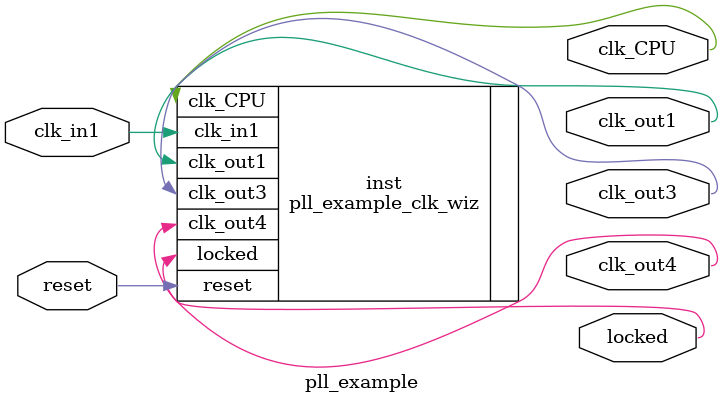
<source format=v>


`timescale 1ps/1ps

(* CORE_GENERATION_INFO = "pll_example,clk_wiz_v6_0_2_0_0,{component_name=pll_example,use_phase_alignment=true,use_min_o_jitter=false,use_max_i_jitter=false,use_dyn_phase_shift=false,use_inclk_switchover=false,use_dyn_reconfig=false,enable_axi=0,feedback_source=FDBK_AUTO,PRIMITIVE=MMCM,num_out_clk=4,clkin1_period=20.000,clkin2_period=10.000,use_power_down=false,use_reset=true,use_locked=true,use_inclk_stopped=false,feedback_type=SINGLE,CLOCK_MGR_TYPE=NA,manual_override=false}" *)

module pll_example 
 (
  // Clock out ports
  output        clk_out1,
  output        clk_CPU,
  output        clk_out3,
  output        clk_out4,
  // Status and control signals
  input         reset,
  output        locked,
 // Clock in ports
  input         clk_in1
 );

  pll_example_clk_wiz inst
  (
  // Clock out ports  
  .clk_out1(clk_out1),
  .clk_CPU(clk_CPU),
  .clk_out3(clk_out3),
  .clk_out4(clk_out4),
  // Status and control signals               
  .reset(reset), 
  .locked(locked),
 // Clock in ports
  .clk_in1(clk_in1)
  );

endmodule

</source>
